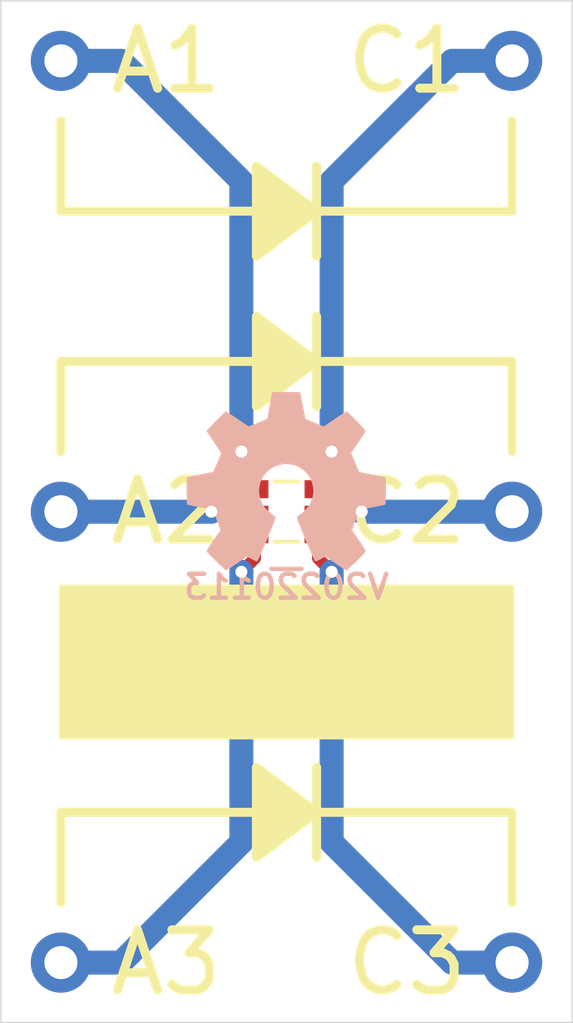
<source format=kicad_pcb>
(kicad_pcb (version 20221018) (generator pcbnew)
  (layers (0 "F.Cu" mixed) (31 "B.Cu" mixed) (34 "B.Paste" user) (35 "F.Paste" user) (36 "B.SilkS" user "B.Silkscreen") (37 "F.SilkS" user "F.Silkscreen") (38 "B.Mask" user) (39 "F.Mask" user) (44 "Edge.Cuts" user))
  (net 0 "")
  (net 1 "Net-(D1-A1)")
  (net 2 "Net-(D1-A2)")
  (net 3 "Net-(D1-A3)")
  (net 4 "Net-(D1-C3)")
  (net 5 "Net-(D1-C2)")
  (net 6 "Net-(D1-C1)")
  (footprint "mill-max:PC_pin_nail_head_6092" (layer "F.Cu") (at 142 63)
    (fp_text reference "J1")
    (fp_text value "A1" (at 3.5 0) (layer "F.SilkS") (effects (font (size 2 2) (thickness 0.3))))
    (pad "1" thru_hole circle locked (at 0 0) (size 2 2) (drill 1.1) (layers "*.Cu" "*.Mask") (net 1 "Net-(D1-A1)"))
  )
  (footprint "mill-max:PC_pin_nail_head_6092" (layer "F.Cu") (at 142 78)
    (fp_text reference "J2")
    (fp_text value "A2" (at 3.5 0) (layer "F.SilkS") (effects (font (size 2 2) (thickness 0.3))))
    (pad "1" thru_hole circle locked (at 0 0) (size 2 2) (drill 1.1) (layers "*.Cu" "*.Mask") (net 2 "Net-(D1-A2)"))
  )
  (footprint "mill-max:PC_pin_nail_head_6092" (layer "F.Cu") (at 142 93)
    (fp_text reference "J3")
    (fp_text value "A3" (at 3.5 0) (layer "F.SilkS") (effects (font (size 2 2) (thickness 0.3))))
    (pad "1" thru_hole circle locked (at 0 0) (size 2 2) (drill 1.1) (layers "*.Cu" "*.Mask") (net 3 "Net-(D1-A3)"))
  )
  (footprint "mill-max:PC_pin_nail_head_6092" (layer "F.Cu") (at 157 78)
    (fp_text reference "J5")
    (fp_text value "C2" (at -3.5 0) (layer "F.SilkS") (effects (font (size 2 2) (thickness 0.3))))
    (pad "1" thru_hole circle locked (at 0 0) (size 2 2) (drill 1.1) (layers "*.Cu" "*.Mask") (net 5 "Net-(D1-C2)"))
  )
  (footprint "mill-max:PC_pin_nail_head_6092" (layer "F.Cu") (at 157 63)
    (fp_text reference "J6")
    (fp_text value "C1" (at -3.5 0) (layer "F.SilkS") (effects (font (size 2 2) (thickness 0.3))))
    (pad "1" thru_hole circle locked (at 0 0) (size 2 2) (drill 1.1) (layers "*.Cu" "*.Mask") (net 6 "Net-(D1-C1)"))
  )
  (footprint "mill-max:PC_pin_nail_head_6092" (layer "F.Cu") (at 157 93)
    (fp_text reference "J4")
    (fp_text value "C3" (at -3.5 0) (layer "F.SilkS") (effects (font (size 2 2) (thickness 0.3))))
    (pad "1" thru_hole circle locked (at 0 0) (size 2 2) (drill 1.1) (layers "*.Cu" "*.Mask") (net 4 "Net-(D1-C3)"))
  )
  (footprint "SquantorIC:SOT363-NXP-hand" (layer "F.Cu") (at 149.5 78)
    (fp_text reference "D1" hide)
    (fp_text value "~" hide)
    (fp_line (start -1.8 -1.3) (end -1.8 -0.8) (stroke (width 0.12)) (layer "F.SilkS"))
    (fp_line (start -1.8 -1.3) (end -1.3 -1.3) (stroke (width 0.12)) (layer "F.SilkS"))
    (fp_line (start -0.4 -1) (end 0.4 -1) (stroke (width 0.127)) (layer "F.SilkS"))
    (fp_line (start -0.4 1) (end 0.4 1) (stroke (width 0.127)) (layer "F.SilkS"))
    (pad "1" smd rect (at -1.05 -0.75 270) (size 0.6 0.9) (layers "F.Cu" "F.Paste" "F.Mask") (net 1 "Net-(D1-A1)"))
    (pad "2" smd rect (at -1.05 0 270) (size 0.4 0.9) (layers "F.Cu" "F.Paste" "F.Mask") (net 2 "Net-(D1-A2)"))
    (pad "3" smd rect (at -1.05 0.75 270) (size 0.6 0.9) (layers "F.Cu" "F.Paste" "F.Mask") (net 3 "Net-(D1-A3)"))
    (pad "4" smd rect (at 1.05 0.75 270) (size 0.6 0.9) (layers "F.Cu" "F.Paste" "F.Mask") (net 4 "Net-(D1-C3)"))
    (pad "5" smd rect (at 1.05 0 270) (size 0.4 0.9) (layers "F.Cu" "F.Paste" "F.Mask") (net 5 "Net-(D1-C2)"))
    (pad "6" smd rect (at 1.05 -0.75 270) (size 0.6 0.9) (layers "F.Cu" "F.Paste" "F.Mask") (net 6 "Net-(D1-C1)"))
  )
  (footprint "Symbol:OSHW-Symbol_6.7x6mm_SilkScreen" (layer "B.Cu") (at 149.5 77 180)
    (fp_text reference "N2" hide)
    (fp_text value "OHWLOGO" hide)
    (fp_poly (pts (xy 0.555814 2.531069) (xy 0.639635 2.086445) (xy 0.94892 1.958947) (xy 1.258206 1.831449) (xy 1.629246 2.083754) (xy 1.733157 2.154004) (xy 1.827087 2.216728) (xy 1.906652 2.269062) (xy 1.96747 2.308143) (xy 2.005157 2.331107) (xy 2.015421 2.336058) (xy 2.03391 2.323324) (xy 2.07342 2.288118) (xy 2.129522 2.234938) (xy 2.197787 2.168282) (xy 2.273786 2.092646) (xy 2.353092 2.012528) (xy 2.431275 1.932426) (xy 2.503907 1.856836) (xy 2.566559 1.790255) (xy 2.614803 1.737182) (xy 2.64421 1.702113) (xy 2.651241 1.690377) (xy 2.641123 1.66874) (xy 2.612759 1.621338) (xy 2.569129 1.552807) (xy 2.513218 1.467785) (xy 2.448006 1.370907) (xy 2.410219 1.31565) (xy 2.341343 1.214752) (xy 2.28014 1.123701) (xy 2.229578 1.04703) (xy 2.192628 0.989272) (xy 2.172258 0.954957) (xy 2.169197 0.947746) (xy 2.176136 0.927252) (xy 2.195051 0.879487) (xy 2.223087 0.811168) (xy 2.257391 0.729011) (xy 2.295109 0.63973) (xy 2.333387 0.550042) (xy 2.36937 0.466662) (xy 2.400206 0.396306) (xy 2.423039 0.34569) (xy 2.435017 0.321529) (xy 2.435724 0.320578) (xy 2.454531 0.315964) (xy 2.504618 0.305672) (xy 2.580793 0.290713) (xy 2.677865 0.272099) (xy 2.790643 0.250841) (xy 2.856442 0.238582) (xy 2.97695 0.215638) (xy 3.085797 0.193805) (xy 3.177476 0.174278) (xy 3.246481 0.158252) (xy 3.287304 0.146921) (xy 3.295511 0.143326) (xy 3.303548 0.118994) (xy 3.310033 0.064041) (xy 3.31497 -0.015108) (xy 3.318364 -0.112026) (xy 3.320218 -0.220287) (xy 3.320538 -0.333465) (xy 3.319327 -0.445135) (xy 3.31659 -0.548868) (xy 3.312331 -0.638241) (xy 3.306555 -0.706826) (xy 3.299267 -0.748197) (xy 3.294895 -0.75681) (xy 3.268764 -0.767133) (xy 3.213393 -0.781892) (xy 3.136107 -0.799352) (xy 3.04423 -0.81778) (xy 3.012158 -0.823741) (xy 2.857524 -0.852066) (xy 2.735375 -0.874876) (xy 2.641673 -0.89308) (xy 2.572384 -0.907583) (xy 2.523471 -0.919292) (xy 2.490897 -0.929115) (xy 2.470628 -0.937956) (xy 2.458626 -0.946724) (xy 2.456947 -0.948457) (xy 2.440184 -0.976371) (xy 2.414614 -1.030695) (xy 2.382788 -1.104777) (xy 2.34726 -1.191965) (xy 2.310583 -1.285608) (xy 2.275311 -1.379052) (xy 2.243996 -1.465647) (xy 2.219193 -1.53874) (xy 2.203454 -1.591678) (xy 2.199332 -1.617811) (xy 2.199676 -1.618726) (xy 2.213641 -1.640086) (xy 2.245322 -1.687084) (xy 2.291391 -1.754827) (xy 2.348518 -1.838423) (xy 2.413373 -1.932982) (xy 2.431843 -1.959854) (xy 2.497699 -2.057275) (xy 2.55565 -2.146163) (xy 2.602538 -2.221412) (xy 2.635207 -2.27792) (xy 2.6505 -2.310581) (xy 2.651241 -2.314593) (xy 2.638392 -2.335684) (xy 2.602888 -2.377464) (xy 2.549293 -2.435445) (xy 2.482171 -2.505135) (xy 2.406087 -2.582045) (xy 2.325604 -2.661683) (xy 2.245287 -2.739561) (xy 2.169699 -2.811186) (xy 2.103405 -2.87207) (xy 2.050969 -2.917721) (xy 2.016955 -2.94365) (xy 2.007545 -2.947883) (xy 1.985643 -2.937912) (xy 1.9408 -2.91102) (xy 1.880321 -2.871736) (xy 1.833789 -2.840117) (xy 1.749475 -2.782098) (xy 1.649626 -2.713784) (xy 1.549473 -2.645579) (xy 1.495627 -2.609075) (xy 1.313371 -2.4858) (xy 1.160381 -2.56852) (xy 1.090682 -2.604759) (xy 1.031414 -2.632926) (xy 0.991311 -2.648991) (xy 0.981103 -2.651226) (xy 0.968829 -2.634722) (xy 0.944613 -2.588082) (xy 0.910263 -2.515609) (xy 0.867588 -2.421606) (xy 0.818394 -2.310374) (xy 0.76449 -2.186215) (xy 0.707684 -2.053432) (xy 0.649782 -1.916327) (xy 0.592593 -1.779202) (xy 0.537924 -1.646358) (xy 0.487584 -1.522098) (xy 0.44338 -1.410725) (xy 0.407119 -1.316539) (xy 0.380609 -1.243844) (xy 0.365658 -1.196941) (xy 0.363254 -1.180833) (xy 0.382311 -1.160286) (xy 0.424036 -1.126933) (xy 0.479706 -1.087702) (xy 0.484378 -1.084599) (xy 0.628264 -0.969423) (xy 0.744283 -0.835053) (xy 0.83143 -0.685784) (xy 0.888699 -0.525913) (xy 0.915086 -0.359737) (xy 0.909585 -0.191552) (xy 0.87119 -0.025655) (xy 0.798895 0.133658) (xy 0.777626 0.168513) (xy 0.666996 0.309263) (xy 0.536302 0.422286) (xy 0.390064 0.506997) (xy 0.232808 0.562806) (xy 0.069057 0.589126) (xy -0.096667 0.58537) (xy -0.259838 0.55095) (xy -0.415935 0.485277) (xy -0.560433 0.387765) (xy -0.605131 0.348187) (xy -0.718888 0.224297) (xy -0.801782 0.093876) (xy -0.858644 -0.052315) (xy -0.890313 -0.197088) (xy -0.898131 -0.35986) (xy -0.872062 -0.52344) (xy -0.814755 -0.682298) (xy -0.728856 -0.830906) (xy -0.617014 -0.963735) (xy -0.481877 -1.075256) (xy -0.464117 -1.087011) (xy -0.40785 -1.125508) (xy -0.365077 -1.158863) (xy -0.344628 -1.18016) (xy -0.344331 -1.180833) (xy -0.348721 -1.203871) (xy -0.366124 -1.256157) (xy -0.394732 -1.33339) (xy -0.432735 -1.431268) (xy -0.478326 -1.545491) (xy -0.529697 -1.671758) (xy -0.585038 -1.805767) (xy -0.642542 -1.943218) (xy -0.700399 -2.079808) (xy -0.756802 -2.211237) (xy -0.809942 -2.333205) (xy -0.85801 -2.441409) (xy -0.899199 -2.531549) (xy -0.931699 -2.599323) (xy -0.953703 -2.64043) (xy -0.962564 -2.651226) (xy -0.98964 -2.642819) (xy -1.040303 -2.620272) (xy -1.105817 -2.587613) (xy -1.141841 -2.56852) (xy -1.294832 -2.4858) (xy -1.477088 -2.609075) (xy -1.570125 -2.672228) (xy -1.671985 -2.741727) (xy -1.767438 -2.807165) (xy -1.81525 -2.840117) (xy -1.882495 -2.885273) (xy -1.939436 -2.921057) (xy -1.978646 -2.942938) (xy -1.991381 -2.947563) (xy -2.009917 -2.935085) (xy -2.050941 -2.900252) (xy -2.110475 -2.846678) (xy -2.184542 -2.777983) (xy -2.269165 -2.697781) (xy -2.322685 -2.646286) (xy -2.416319 -2.554286) (xy -2.497241 -2.471999) (xy -2.562177 -2.402945) (xy -2.607858 -2.350644) (xy -2.631011 -2.318616) (xy -2.633232 -2.312116) (xy -2.622924 -2.287394) (xy -2.594439 -2.237405) (xy -2.550937 -2.167212) (xy -2.495577 -2.081875) (xy -2.43152 -1.986456) (xy -2.413303 -1.959854) (xy -2.346927 -1.863167) (xy -2.287378 -1.776117) (xy -2.237984 -1.703595) (xy -2.202075 -1.650493) (xy -2.182981 -1.621703) (xy -2.181136 -1.618726) (xy -2.183895 -1.595782) (xy -2.198538 -1.545336) (xy -2.222513 -1.474041) (xy -2.253266 -1.388547) (xy -2.288244 -1.295507) (xy -2.324893 -1.201574) (xy -2.360661 -1.113399) (xy -2.392994 -1.037634) (xy -2.419338 -0.980931) (xy -2.437142 -0.949943) (xy -2.438407 -0.948457) (xy -2.449294 -0.939601) (xy -2.467682 -0.930843) (xy -2.497606 -0.921277) (xy -2.543103 -0.909996) (xy -2.608209 -0.896093) (xy -2.696961 -0.878663) (xy -2.813393 -0.856798) (xy -2.961542 -0.829591) (xy -2.993618 -0.823741) (xy -3.088686 -0.805374) (xy -3.171565 -0.787405) (xy -3.23493 -0.771569) (xy -3.271458 -0.7596) (xy -3.276356 -0.75681) (xy -3.284427 -0.732072) (xy -3.290987 -0.67679) (xy -3.296033 -0.597389) (xy -3.299559 -0.500296) (xy -3.301561 -0.391938) (xy -3.302036 -0.27874) (xy -3.300977 -0.167128) (xy -3.298382 -0.063529) (xy -3.294246 0.025632) (xy -3.288563 0.093928) (xy -3.281331 0.134934) (xy -3.276971 0.143326) (xy -3.252698 0.151792) (xy -3.197426 0.165565) (xy -3.116662 0.18345) (xy -3.015912 0.204252) (xy -2.900683 0.226777) (xy -2.837902 0.238582) (xy -2.718787 0.260849) (xy -2.612565 0.281021) (xy -2.524427 0.298085) (xy -2.459566 0.311031) (xy -2.423174 0.318845) (xy -2.417184 0.320578) (xy -2.407061 0.34011) (xy -2.385662 0.387157) (xy -2.355839 0.454997) (xy -2.320445 0.536909) (xy -2.282332 0.626172) (xy -2.244353 0.716065) (xy -2.20936 0.799865) (xy -2.180206 0.870853) (xy -2.159743 0.922306) (xy -2.150823 0.947503) (xy -2.150657 0.948604) (xy -2.160769 0.968481) (xy -2.189117 1.014223) (xy -2.232723 1.081283) (xy -2.288606 1.165116) (xy -2.353787 1.261174) (xy -2.391679 1.31635) (xy -2.460725 1.417519) (xy -2.52205 1.50937) (xy -2.572663 1.587256) (xy -2.609571 1.646531) (xy -2.629782 1.682549) (xy -2.632701 1.690623) (xy -2.620153 1.709416) (xy -2.585463 1.749543) (xy -2.533063 1.806507) (xy -2.467384 1.875815) (xy -2.392856 1.952969) (xy -2.313913 2.033475) (xy -2.234983 2.112837) (xy -2.1605 2.18656) (xy -2.094894 2.250148) (xy -2.042596 2.299106) (xy -2.008039 2.328939) (xy -1.996478 2.336058) (xy -1.977654 2.326047) (xy -1.932631 2.297922) (xy -1.865787 2.254546) (xy -1.781499 2.198782) (xy -1.684144 2.133494) (xy -1.610707 2.083754) (xy -1.239667 1.831449) (xy -0.621095 2.086445) (xy -0.537275 2.531069) (xy -0.453454 2.975693) (xy 0.471994 2.975693) (xy 0.555814 2.531069)) (stroke (width 0.01)) (fill solid) (layer "B.SilkS"))
  )
  (footprint "SquantorLabels:Label_Generic" (layer "B.Cu") (at 149.5 80.5)
    (fp_text reference "N1" hide)
    (fp_text value "V20220113" (at 0 0) (layer "B.SilkS") (effects (font (size 0.8 0.8)) (justify mirror)))
    (fp_line (start -0.5 -0.6) (end 0.5 -0.6) (stroke (width 0.15)) (layer "B.SilkS"))
  )
  (gr_line (start 157 76) (end 157 73) (stroke (width 0.3)) (layer "F.SilkS"))
  (gr_line (start 142 73) (end 142 76) (stroke (width 0.3)) (layer "F.SilkS"))
  (gr_line (start 142 88) (end 142 91) (stroke (width 0.3)) (layer "F.SilkS"))
  (gr_rect (start 142 80.5) (end 157 85.5) (stroke (width 0.15)) (fill solid) (layer "F.SilkS"))
  (gr_line (start 142 68) (end 157 68) (stroke (width 0.3)) (layer "F.SilkS"))
  (gr_poly (pts (xy 150.5 68) (xy 148.5 66.5) (xy 148.5 69.5)) (stroke (width 0.3)) (fill solid) (layer "F.SilkS"))
  (gr_line (start 157 91) (end 157 88) (stroke (width 0.3)) (layer "F.SilkS"))
  (gr_poly (pts (xy 150.5 73) (xy 148.5 71.5) (xy 148.5 74.5)) (stroke (width 0.3)) (fill solid) (layer "F.SilkS"))
  (gr_line (start 157 68) (end 157 65) (stroke (width 0.3)) (layer "F.SilkS"))
  (gr_line (start 150.5 66.5) (end 150.5 69.5) (stroke (width 0.3)) (layer "F.SilkS"))
  (gr_poly (pts (xy 150.5 88) (xy 148.5 86.5) (xy 148.5 89.5)) (stroke (width 0.3)) (fill solid) (layer "F.SilkS"))
  (gr_line (start 142 65) (end 142 68) (stroke (width 0.3)) (layer "F.SilkS"))
  (gr_line (start 150.5 71.5) (end 150.5 74.5) (stroke (width 0.3)) (layer "F.SilkS"))
  (gr_line (start 157 88) (end 142 88) (stroke (width 0.3)) (layer "F.SilkS"))
  (gr_line (start 157 73) (end 142 73) (stroke (width 0.3)) (layer "F.SilkS"))
  (gr_line (start 150.5 86.5) (end 150.5 89.5) (stroke (width 0.3)) (layer "F.SilkS"))
  (gr_line (start 140 95) (end 159 95) (stroke (width 0.05)) (layer "Edge.Cuts"))
  (gr_line (start 159 61) (end 159 95) (stroke (width 0.05)) (layer "Edge.Cuts"))
  (gr_line (start 159 61) (end 140 61) (stroke (width 0.05)) (layer "Edge.Cuts"))
  (gr_line (start 140 95) (end 140 61) (stroke (width 0.05)) (layer "Edge.Cuts"))
  (segment (start 148.45 76.45) (end 148 76) (width 0.4) (layer "F.Cu") (net 1))
  (segment (start 148.45 77.25) (end 148.45 76.45) (width 0.4) (layer "F.Cu") (net 1))
  (via (at 148 76) (size 0.8) (drill 0.4) (layers "F.Cu" "B.Cu") (net 1))
  (segment (start 148 67) (end 148 76) (width 0.8) (layer "B.Cu") (net 1))
  (segment (start 142 63) (end 144 63) (width 0.8) (layer "B.Cu") (net 1))
  (segment (start 144 63) (end 148 67) (width 0.8) (layer "B.Cu") (net 1))
  (segment (start 148.45 78) (end 147 78) (width 0.4) (layer "F.Cu") (net 2))
  (via (at 147 78) (size 0.8) (drill 0.4) (layers "F.Cu" "B.Cu") (net 2))
  (segment (start 142 78) (end 147 78) (width 0.8) (layer "B.Cu") (net 2))
  (segment (start 148.45 78.75) (end 148.45 79.55) (width 0.4) (layer "F.Cu") (net 3))
  (segment (start 148.45 79.55) (end 148 80) (width 0.4) (layer "F.Cu") (net 3))
  (via (at 148 80) (size 0.8) (drill 0.4) (layers "F.Cu" "B.Cu") (net 3))
  (segment (start 142 93) (end 144 93) (width 0.8) (layer "B.Cu") (net 3))
  (segment (start 148 89) (end 148 80) (width 0.8) (layer "B.Cu") (net 3))
  (segment (start 144 93) (end 148 89) (width 0.8) (layer "B.Cu") (net 3))
  (segment (start 150.55 79.55) (end 151 80) (width 0.4) (layer "F.Cu") (net 4))
  (segment (start 150.55 78.75) (end 150.55 79.55) (width 0.4) (layer "F.Cu") (net 4))
  (via (at 151 80) (size 0.8) (drill 0.4) (layers "F.Cu" "B.Cu") (net 4))
  (segment (start 151 89) (end 151 80) (width 0.8) (layer "B.Cu") (net 4))
  (segment (start 157 93) (end 155 93) (width 0.8) (layer "B.Cu") (net 4))
  (segment (start 155 93) (end 151 89) (width 0.8) (layer "B.Cu") (net 4))
  (segment (start 150.55 78) (end 152 78) (width 0.4) (layer "F.Cu") (net 5))
  (via (at 152 78) (size 0.8) (drill 0.4) (layers "F.Cu" "B.Cu") (net 5))
  (segment (start 157 78) (end 152 78) (width 0.8) (layer "B.Cu") (net 5))
  (segment (start 150.55 76.45) (end 151 76) (width 0.4) (layer "F.Cu") (net 6))
  (segment (start 150.55 77.25) (end 150.55 76.45) (width 0.4) (layer "F.Cu") (net 6))
  (via (at 151 76) (size 0.8) (drill 0.4) (layers "F.Cu" "B.Cu") (net 6))
  (segment (start 155 63) (end 151 67) (width 0.8) (layer "B.Cu") (net 6))
  (segment (start 151 67) (end 151 76) (width 0.8) (layer "B.Cu") (net 6))
  (segment (start 157 63) (end 155 63) (width 0.8) (layer "B.Cu") (net 6))
)
</source>
